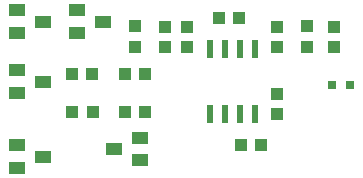
<source format=gtp>
G75*
%MOIN*%
%OFA0B0*%
%FSLAX25Y25*%
%IPPOS*%
%LPD*%
%AMOC8*
5,1,8,0,0,1.08239X$1,22.5*
%
%ADD10R,0.04252X0.04134*%
%ADD11R,0.04134X0.04252*%
%ADD12R,0.04331X0.03937*%
%ADD13R,0.02400X0.06000*%
%ADD14R,0.03937X0.04331*%
%ADD15R,0.05512X0.03937*%
%ADD16R,0.03150X0.03150*%
D10*
X0168300Y0053155D03*
X0168300Y0060045D03*
X0225800Y0060045D03*
X0225800Y0053155D03*
X0215800Y0037545D03*
X0215800Y0030655D03*
D11*
X0154245Y0031600D03*
X0147355Y0031600D03*
D12*
X0178300Y0053254D03*
X0185800Y0053254D03*
X0185800Y0059946D03*
X0178300Y0059946D03*
X0215800Y0059946D03*
X0234550Y0059946D03*
X0234550Y0053254D03*
X0215800Y0053254D03*
D13*
X0208300Y0052400D03*
X0203300Y0052400D03*
X0198300Y0052400D03*
X0193300Y0052400D03*
X0193300Y0030800D03*
X0198300Y0030800D03*
X0203300Y0030800D03*
X0208300Y0030800D03*
D14*
X0210396Y0020350D03*
X0203704Y0020350D03*
X0171646Y0031600D03*
X0164954Y0031600D03*
X0164954Y0044100D03*
X0171646Y0044100D03*
X0154146Y0044100D03*
X0147454Y0044100D03*
X0196204Y0062850D03*
X0202896Y0062850D03*
D15*
X0128969Y0012860D03*
X0137631Y0016600D03*
X0128969Y0020340D03*
X0161469Y0019100D03*
X0170131Y0015360D03*
X0170131Y0022840D03*
X0128969Y0037860D03*
X0137631Y0041600D03*
X0128969Y0045340D03*
X0128969Y0057860D03*
X0137631Y0061600D03*
X0128969Y0065340D03*
X0148969Y0065340D03*
X0157631Y0061600D03*
X0148969Y0057860D03*
D16*
X0234097Y0040350D03*
X0240003Y0040350D03*
M02*

</source>
